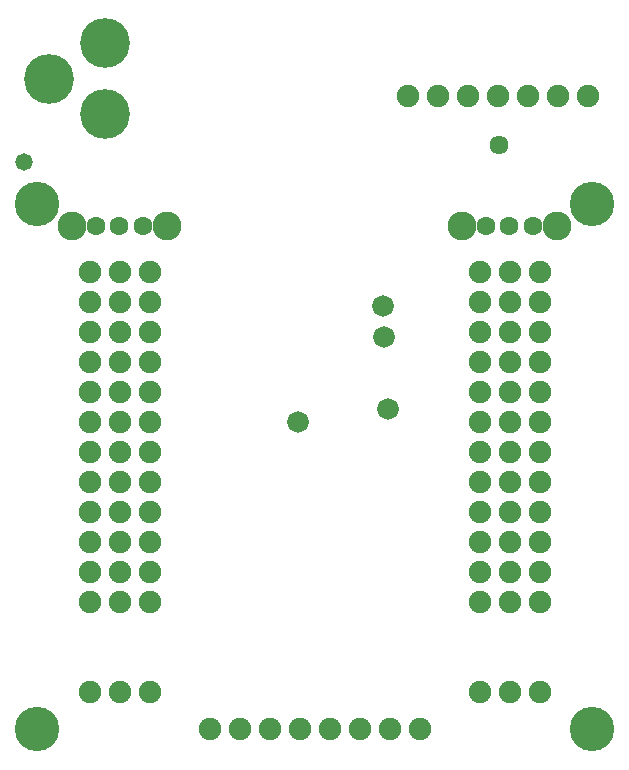
<source format=gbs>
G75*
G70*
%OFA0B0*%
%FSLAX24Y24*%
%IPPOS*%
%LPD*%
%AMOC8*
5,1,8,0,0,1.08239X$1,22.5*
%
%ADD10C,0.1660*%
%ADD11C,0.0753*%
%ADD12C,0.1480*%
%ADD13C,0.0630*%
%ADD14C,0.0965*%
%ADD15C,0.0580*%
%ADD16C,0.0720*%
%ADD17C,0.0635*%
D10*
X004037Y021914D03*
X002187Y023095D03*
X004037Y024276D03*
D11*
X004534Y016650D03*
X004534Y015650D03*
X004534Y014650D03*
X004534Y013650D03*
X004534Y012650D03*
X004534Y011650D03*
X004534Y010650D03*
X004534Y009650D03*
X004534Y008650D03*
X004534Y007650D03*
X004534Y006650D03*
X004534Y005650D03*
X005534Y005650D03*
X005534Y006650D03*
X005534Y007650D03*
X005534Y008650D03*
X005534Y009650D03*
X005534Y010650D03*
X005534Y011650D03*
X005534Y012650D03*
X005534Y013650D03*
X005534Y014650D03*
X005534Y015650D03*
X005534Y016650D03*
X003534Y016650D03*
X003534Y015650D03*
X003534Y014650D03*
X003534Y013650D03*
X003534Y012650D03*
X003534Y011650D03*
X003534Y010650D03*
X003534Y009650D03*
X003534Y008650D03*
X003534Y007650D03*
X003534Y006650D03*
X003534Y005650D03*
X003534Y002650D03*
X004534Y002650D03*
X005534Y002650D03*
X007534Y001400D03*
X008534Y001400D03*
X009534Y001400D03*
X010534Y001400D03*
X011534Y001400D03*
X012534Y001400D03*
X013534Y001400D03*
X014534Y001400D03*
X016534Y002650D03*
X017534Y002650D03*
X018534Y002650D03*
X018534Y005650D03*
X018534Y006650D03*
X018534Y007650D03*
X018534Y008650D03*
X018534Y009650D03*
X018534Y010650D03*
X018534Y011650D03*
X018534Y012650D03*
X018534Y013650D03*
X018534Y014650D03*
X018534Y015650D03*
X018534Y016650D03*
X017534Y016650D03*
X017534Y015650D03*
X017534Y014650D03*
X017534Y013650D03*
X017534Y012650D03*
X017534Y011650D03*
X017534Y010650D03*
X017534Y009650D03*
X017534Y008650D03*
X017534Y007650D03*
X017534Y006650D03*
X017534Y005650D03*
X016534Y005650D03*
X016534Y006650D03*
X016534Y007650D03*
X016534Y008650D03*
X016534Y009650D03*
X016534Y010650D03*
X016534Y011650D03*
X016534Y012650D03*
X016534Y013650D03*
X016534Y014650D03*
X016534Y015650D03*
X016534Y016650D03*
X016154Y022500D03*
X015154Y022500D03*
X014154Y022500D03*
X017154Y022500D03*
X018154Y022500D03*
X019154Y022500D03*
X020154Y022500D03*
D12*
X001784Y001400D03*
X001784Y018900D03*
X020284Y018900D03*
X020284Y001400D03*
D13*
X018311Y018169D03*
X017524Y018169D03*
X016737Y018169D03*
X005311Y018169D03*
X004524Y018169D03*
X003737Y018169D03*
D14*
X002949Y018169D03*
X006099Y018169D03*
X015949Y018169D03*
X019099Y018169D03*
D15*
X001338Y020328D03*
D16*
X010464Y011650D03*
X013344Y014490D03*
X013304Y015530D03*
X013484Y012070D03*
D17*
X017164Y020870D03*
M02*

</source>
